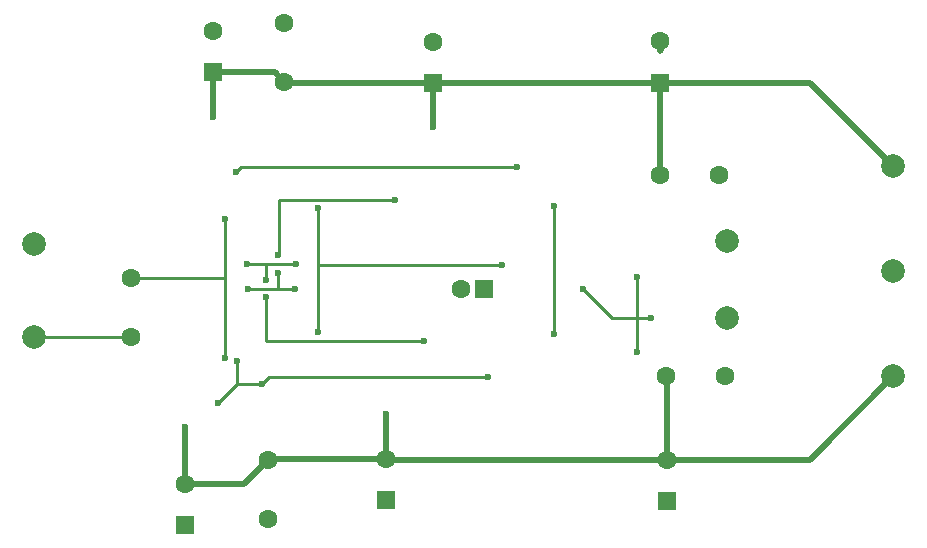
<source format=gbr>
G04 #@! TF.GenerationSoftware,KiCad,Pcbnew,(5.1.8-0-10_14)*
G04 #@! TF.CreationDate,2021-01-02T16:39:58+01:00*
G04 #@! TF.ProjectId,pre-amp-discret,7072652d-616d-4702-9d64-697363726574,rev?*
G04 #@! TF.SameCoordinates,Original*
G04 #@! TF.FileFunction,Copper,L2,Bot*
G04 #@! TF.FilePolarity,Positive*
%FSLAX46Y46*%
G04 Gerber Fmt 4.6, Leading zero omitted, Abs format (unit mm)*
G04 Created by KiCad (PCBNEW (5.1.8-0-10_14)) date 2021-01-02 16:39:58*
%MOMM*%
%LPD*%
G01*
G04 APERTURE LIST*
G04 #@! TA.AperFunction,ComponentPad*
%ADD10C,1.600000*%
G04 #@! TD*
G04 #@! TA.AperFunction,ComponentPad*
%ADD11R,1.600000X1.600000*%
G04 #@! TD*
G04 #@! TA.AperFunction,ComponentPad*
%ADD12C,2.000000*%
G04 #@! TD*
G04 #@! TA.AperFunction,ViaPad*
%ADD13C,0.600000*%
G04 #@! TD*
G04 #@! TA.AperFunction,Conductor*
%ADD14C,0.500000*%
G04 #@! TD*
G04 #@! TA.AperFunction,Conductor*
%ADD15C,0.250000*%
G04 #@! TD*
G04 APERTURE END LIST*
D10*
X178612800Y-102494200D03*
D11*
X178612800Y-105994200D03*
D10*
X155422600Y-137845800D03*
D11*
X155422600Y-141345800D03*
D10*
X159435800Y-102519600D03*
D11*
X159435800Y-106019600D03*
D10*
X161753800Y-123469400D03*
D11*
X163753800Y-123469400D03*
D10*
X138379200Y-139979400D03*
D11*
X138379200Y-143479400D03*
D10*
X140792200Y-101605200D03*
D11*
X140792200Y-105105200D03*
D10*
X179171600Y-137901800D03*
D11*
X179171600Y-141401800D03*
D10*
X145415000Y-142922000D03*
X145415000Y-137922000D03*
X146786600Y-105892600D03*
X146786600Y-100892600D03*
X184133500Y-130810000D03*
X179133500Y-130810000D03*
X178587400Y-113817400D03*
X183587400Y-113817400D03*
D12*
X184302400Y-119354600D03*
X184251600Y-125907800D03*
X198374000Y-121920000D03*
X125603000Y-127508000D03*
X198374000Y-130810000D03*
X125603000Y-119634000D03*
X198374000Y-113030000D03*
D10*
X133858000Y-127491500D03*
X133858000Y-122491500D03*
D13*
X159435800Y-109778800D03*
X171678600Y-105994200D03*
X167614600Y-105994200D03*
X140792200Y-108889800D03*
X141757400Y-129311400D03*
X141782800Y-117500400D03*
X155422600Y-134010400D03*
X165232200Y-137901800D03*
X169743000Y-137901800D03*
X138404600Y-135153400D03*
X164020500Y-130873500D03*
X142773400Y-129565400D03*
X141198600Y-133096000D03*
X144881600Y-131470400D03*
X143713200Y-123418600D03*
X147751800Y-123418600D03*
X146304000Y-120599200D03*
X146304000Y-122123200D03*
X156210000Y-115925600D03*
X149656800Y-127127000D03*
X149656800Y-116611400D03*
X165227000Y-121462800D03*
X176657000Y-122428000D03*
X176657000Y-128778000D03*
X177850800Y-125907800D03*
X172135800Y-123469400D03*
X169672000Y-127304800D03*
X169672000Y-116433600D03*
X166547800Y-113106200D03*
X142737800Y-113548200D03*
X143687800Y-121310400D03*
X147777200Y-121310400D03*
X145237200Y-124129800D03*
X145237200Y-122656600D03*
X158648400Y-127889000D03*
D14*
X178612800Y-103174800D02*
X178663600Y-103225600D01*
X178663600Y-103225600D02*
X178663600Y-103174800D01*
X178587400Y-103301800D02*
X178663600Y-103225600D01*
X159461200Y-105994200D02*
X159435800Y-106019600D01*
X159435800Y-109778800D02*
X159435800Y-106019600D01*
X178612800Y-105994200D02*
X171678600Y-105994200D01*
X167487600Y-105994200D02*
X159461200Y-105994200D01*
X171678600Y-105994200D02*
X167487600Y-105994200D01*
X178587400Y-106019600D02*
X178612800Y-105994200D01*
X178587400Y-113817400D02*
X178587400Y-106019600D01*
X191338200Y-105994200D02*
X198374000Y-113030000D01*
X178612800Y-105994200D02*
X191338200Y-105994200D01*
X146913600Y-106019600D02*
X146786600Y-105892600D01*
X159435800Y-106019600D02*
X146913600Y-106019600D01*
X140792200Y-108889800D02*
X140792200Y-105105200D01*
X145999200Y-105105200D02*
X146786600Y-105892600D01*
X140792200Y-105105200D02*
X145999200Y-105105200D01*
D15*
X133841500Y-127508000D02*
X133858000Y-127491500D01*
X125603000Y-127508000D02*
X133841500Y-127508000D01*
X141782800Y-129286000D02*
X141757400Y-129311400D01*
X133858000Y-122491500D02*
X141719300Y-122491500D01*
X141719300Y-122491500D02*
X141782800Y-122428000D01*
X141782800Y-122428000D02*
X141782800Y-129286000D01*
X141782800Y-117500400D02*
X141782800Y-122428000D01*
D14*
X179171600Y-130848100D02*
X179133500Y-130810000D01*
X179171600Y-137901800D02*
X179171600Y-130848100D01*
X191282200Y-137901800D02*
X198374000Y-130810000D01*
X179171600Y-137901800D02*
X191282200Y-137901800D01*
X155478600Y-137901800D02*
X155422600Y-137845800D01*
X145491200Y-137845800D02*
X145415000Y-137922000D01*
X155422600Y-137845800D02*
X145491200Y-137845800D01*
X155422600Y-137845800D02*
X155422600Y-134010400D01*
X165232200Y-137901800D02*
X165232200Y-137901800D01*
X179171600Y-137901800D02*
X169743000Y-137901800D01*
X165232200Y-137901800D02*
X155478600Y-137901800D01*
X169743000Y-137901800D02*
X165232200Y-137901800D01*
X138404600Y-139954000D02*
X138379200Y-139979400D01*
X138404600Y-135153400D02*
X138404600Y-139954000D01*
X143357600Y-139979400D02*
X145415000Y-137922000D01*
X138379200Y-139979400D02*
X143357600Y-139979400D01*
D15*
X142773400Y-129565400D02*
X142773400Y-131470400D01*
X142773400Y-131521200D02*
X141198600Y-133096000D01*
X142773400Y-131470400D02*
X142773400Y-131521200D01*
X142773400Y-131470400D02*
X144881600Y-131470400D01*
X145478500Y-130873500D02*
X144881600Y-131470400D01*
X164020500Y-130873500D02*
X145478500Y-130873500D01*
X184238900Y-125920500D02*
X184251600Y-125907800D01*
X146329400Y-120573800D02*
X146304000Y-120599200D01*
X146329400Y-115925600D02*
X146329400Y-120573800D01*
X146304000Y-123393200D02*
X146329400Y-123418600D01*
X146304000Y-122123200D02*
X146304000Y-123393200D01*
X146329400Y-123418600D02*
X147751800Y-123418600D01*
X143713200Y-123418600D02*
X146329400Y-123418600D01*
X146329400Y-115925600D02*
X156210000Y-115925600D01*
X149656800Y-127127000D02*
X149656800Y-122174000D01*
X149656800Y-122174000D02*
X149656800Y-121462800D01*
X149656800Y-121462800D02*
X149656800Y-116611400D01*
X165227000Y-121462800D02*
X149656800Y-121462800D01*
X176657000Y-126809500D02*
X176657000Y-128778000D01*
X176657000Y-122428000D02*
X176657000Y-124460000D01*
X176657000Y-125984000D02*
X176657000Y-126809500D01*
X176657000Y-125920500D02*
X176657000Y-125984000D01*
X176657000Y-124460000D02*
X176657000Y-125920500D01*
X177838100Y-125920500D02*
X177850800Y-125907800D01*
X176657000Y-125920500D02*
X177838100Y-125920500D01*
X174586900Y-125920500D02*
X176657000Y-125920500D01*
X172135800Y-123469400D02*
X174586900Y-125920500D01*
X169672000Y-127304800D02*
X169672000Y-117449600D01*
X169672000Y-117449600D02*
X169672000Y-116941600D01*
X169672000Y-116941600D02*
X169672000Y-116433600D01*
X166547800Y-113106200D02*
X166535100Y-113093500D01*
X143179800Y-113106200D02*
X142737800Y-113548200D01*
X166547800Y-113106200D02*
X143179800Y-113106200D01*
X145237200Y-127889000D02*
X145237200Y-124129800D01*
X145237200Y-121386600D02*
X145161000Y-121310400D01*
X145237200Y-122656600D02*
X145237200Y-121386600D01*
X145161000Y-121310400D02*
X147777200Y-121310400D01*
X143687800Y-121310400D02*
X145161000Y-121310400D01*
X145237200Y-127889000D02*
X158648400Y-127889000D01*
M02*

</source>
